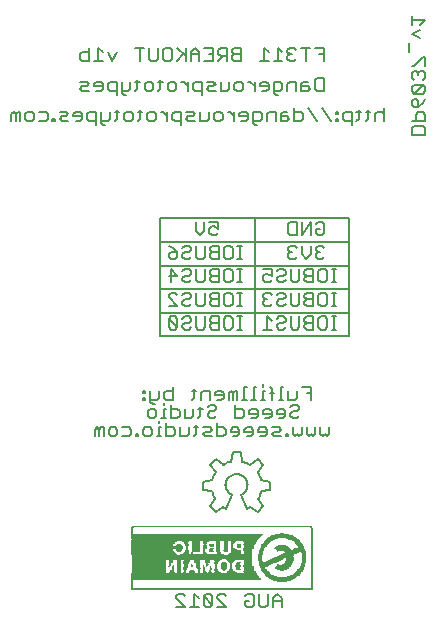
<source format=gbo>
G75*
G70*
%OFA0B0*%
%FSLAX24Y24*%
%IPPOS*%
%LPD*%
%AMOC8*
5,1,8,0,0,1.08239X$1,22.5*
%
%ADD10C,0.0060*%
%ADD11R,0.6045X0.0015*%
%ADD12R,0.6045X0.0015*%
%ADD13R,0.0045X0.0015*%
%ADD14R,0.0045X0.0015*%
%ADD15R,0.0165X0.0015*%
%ADD16R,0.0345X0.0015*%
%ADD17R,0.0465X0.0015*%
%ADD18R,0.0555X0.0015*%
%ADD19R,0.0630X0.0015*%
%ADD20R,0.0705X0.0015*%
%ADD21R,0.4335X0.0015*%
%ADD22R,0.0765X0.0015*%
%ADD23R,0.4320X0.0015*%
%ADD24R,0.0795X0.0015*%
%ADD25R,0.4305X0.0015*%
%ADD26R,0.0855X0.0015*%
%ADD27R,0.4290X0.0015*%
%ADD28R,0.0915X0.0015*%
%ADD29R,0.4275X0.0015*%
%ADD30R,0.0360X0.0015*%
%ADD31R,0.4260X0.0015*%
%ADD32R,0.0315X0.0015*%
%ADD33R,0.4245X0.0015*%
%ADD34R,0.0300X0.0015*%
%ADD35R,0.4230X0.0015*%
%ADD36R,0.0270X0.0015*%
%ADD37R,0.0255X0.0015*%
%ADD38R,0.4215X0.0015*%
%ADD39R,0.0240X0.0015*%
%ADD40R,0.4200X0.0015*%
%ADD41R,0.0225X0.0015*%
%ADD42R,0.4185X0.0015*%
%ADD43R,0.0210X0.0015*%
%ADD44R,0.4170X0.0015*%
%ADD45R,0.4155X0.0015*%
%ADD46R,0.0195X0.0015*%
%ADD47R,0.0405X0.0015*%
%ADD48R,0.0105X0.0015*%
%ADD49R,0.0060X0.0015*%
%ADD50R,0.0075X0.0015*%
%ADD51R,0.0180X0.0015*%
%ADD52R,0.1155X0.0015*%
%ADD53R,0.0390X0.0015*%
%ADD54R,0.0090X0.0015*%
%ADD55R,0.0150X0.0015*%
%ADD56R,0.0135X0.0015*%
%ADD57R,0.0375X0.0015*%
%ADD58R,0.0120X0.0015*%
%ADD59R,0.0330X0.0015*%
%ADD60R,0.0435X0.0015*%
%ADD61R,0.0030X0.0015*%
%ADD62R,0.0480X0.0015*%
%ADD63R,0.0495X0.0015*%
%ADD64R,0.0015X0.0015*%
%ADD65R,0.0285X0.0015*%
%ADD66R,0.0450X0.0015*%
%ADD67R,0.0525X0.0015*%
%ADD68R,0.0885X0.0015*%
%ADD69R,0.3015X0.0015*%
%ADD70R,0.4020X0.0015*%
%ADD71R,0.0600X0.0015*%
%ADD72R,0.0570X0.0015*%
%ADD73R,0.0825X0.0015*%
%ADD74R,0.1440X0.0015*%
%ADD75R,0.1545X0.0015*%
%ADD76R,0.1500X0.0015*%
%ADD77R,0.1485X0.0015*%
%ADD78R,0.1455X0.0015*%
%ADD79R,0.1425X0.0015*%
%ADD80R,0.0510X0.0015*%
%ADD81R,0.0720X0.0015*%
%ADD82R,0.1410X0.0015*%
%ADD83R,0.0750X0.0015*%
%ADD84R,0.0945X0.0015*%
%ADD85R,0.0420X0.0015*%
%ADD86R,0.1395X0.0015*%
%ADD87R,0.1710X0.0015*%
%ADD88R,0.1695X0.0015*%
%ADD89R,0.1515X0.0015*%
%ADD90R,0.2565X0.0015*%
%ADD91R,0.1575X0.0015*%
%ADD92R,0.4350X0.0015*%
%ADD93R,0.4365X0.0015*%
%ADD94R,0.4395X0.0015*%
%ADD95R,0.0060X0.0015*%
%ADD96R,0.5985X0.0015*%
%ADD97R,0.5955X0.0015*%
%ADD98R,0.5910X0.0015*%
%ADD99C,0.0080*%
D10*
X008262Y005208D02*
X008555Y005208D01*
X008262Y005501D01*
X008262Y005575D01*
X008335Y005648D01*
X008482Y005648D01*
X008555Y005575D01*
X008869Y005648D02*
X008869Y005208D01*
X009016Y005208D02*
X008722Y005208D01*
X009016Y005501D02*
X008869Y005648D01*
X009183Y005575D02*
X009183Y005281D01*
X009256Y005208D01*
X009403Y005208D01*
X009476Y005281D01*
X009183Y005575D01*
X009256Y005648D01*
X009403Y005648D01*
X009476Y005575D01*
X009476Y005281D01*
X009643Y005208D02*
X009936Y005208D01*
X009643Y005501D01*
X009643Y005575D01*
X009716Y005648D01*
X009863Y005648D01*
X009936Y005575D01*
X010564Y005575D02*
X010637Y005648D01*
X010784Y005648D01*
X010857Y005575D01*
X010857Y005281D01*
X010784Y005208D01*
X010637Y005208D01*
X010564Y005281D01*
X010564Y005428D01*
X010710Y005428D01*
X011024Y005281D02*
X011024Y005648D01*
X011318Y005648D02*
X011318Y005281D01*
X011244Y005208D01*
X011097Y005208D01*
X011024Y005281D01*
X011484Y005208D02*
X011484Y005501D01*
X011631Y005648D01*
X011778Y005501D01*
X011778Y005208D01*
X011778Y005428D02*
X011484Y005428D01*
X011537Y010913D02*
X011464Y010986D01*
X011537Y011059D01*
X011684Y011059D01*
X011757Y011133D01*
X011684Y011206D01*
X011464Y011206D01*
X011297Y011133D02*
X011297Y010986D01*
X011223Y010913D01*
X011077Y010913D01*
X011003Y011059D02*
X011297Y011059D01*
X011297Y011133D02*
X011223Y011206D01*
X011077Y011206D01*
X011003Y011133D01*
X011003Y011059D01*
X010836Y011059D02*
X010543Y011059D01*
X010543Y011133D01*
X010616Y011206D01*
X010763Y011206D01*
X010836Y011133D01*
X010836Y010986D01*
X010763Y010913D01*
X010616Y010913D01*
X010376Y010986D02*
X010376Y011133D01*
X010303Y011206D01*
X010156Y011206D01*
X010083Y011133D01*
X010083Y011059D01*
X010376Y011059D01*
X010376Y010986D02*
X010303Y010913D01*
X010156Y010913D01*
X009916Y010986D02*
X009916Y011133D01*
X009842Y011206D01*
X009622Y011206D01*
X009622Y011353D02*
X009622Y010913D01*
X009842Y010913D01*
X009916Y010986D01*
X009455Y010913D02*
X009235Y010913D01*
X009162Y010986D01*
X009235Y011059D01*
X009382Y011059D01*
X009455Y011133D01*
X009382Y011206D01*
X009162Y011206D01*
X008995Y011206D02*
X008848Y011206D01*
X008922Y011279D02*
X008922Y010986D01*
X008848Y010913D01*
X008688Y010986D02*
X008688Y011206D01*
X008688Y010986D02*
X008615Y010913D01*
X008395Y010913D01*
X008395Y011206D01*
X008228Y011133D02*
X008228Y010986D01*
X008154Y010913D01*
X007934Y010913D01*
X007934Y011353D01*
X007934Y011206D02*
X008154Y011206D01*
X008228Y011133D01*
X008305Y011519D02*
X008085Y011519D01*
X008085Y011959D01*
X008085Y011812D02*
X008305Y011812D01*
X008379Y011739D01*
X008379Y011592D01*
X008305Y011519D01*
X008545Y011519D02*
X008545Y011812D01*
X008545Y011519D02*
X008766Y011519D01*
X008839Y011592D01*
X008839Y011812D01*
X008999Y011812D02*
X009146Y011812D01*
X009073Y011886D02*
X009073Y011592D01*
X008999Y011519D01*
X009313Y011592D02*
X009386Y011519D01*
X009533Y011519D01*
X009606Y011592D01*
X009533Y011739D02*
X009386Y011739D01*
X009313Y011666D01*
X009313Y011592D01*
X009533Y011739D02*
X009606Y011812D01*
X009606Y011886D01*
X009533Y011959D01*
X009386Y011959D01*
X009313Y011886D01*
X009386Y012125D02*
X009386Y012419D01*
X009166Y012419D01*
X009093Y012345D01*
X009093Y012125D01*
X008853Y012199D02*
X008853Y012492D01*
X008926Y012419D02*
X008779Y012419D01*
X008853Y012199D02*
X008779Y012125D01*
X008159Y012125D02*
X007939Y012125D01*
X007865Y012199D01*
X007865Y012345D01*
X007939Y012419D01*
X008159Y012419D01*
X008159Y012565D02*
X008159Y012125D01*
X007845Y012033D02*
X007845Y011959D01*
X007845Y011812D02*
X007845Y011519D01*
X007918Y011519D02*
X007772Y011519D01*
X007694Y011426D02*
X007694Y011353D01*
X007694Y011206D02*
X007694Y010913D01*
X007767Y010913D02*
X007621Y010913D01*
X007461Y010986D02*
X007461Y011133D01*
X007387Y011206D01*
X007240Y011206D01*
X007167Y011133D01*
X007167Y010986D01*
X007240Y010913D01*
X007387Y010913D01*
X007461Y010986D01*
X007694Y011206D02*
X007767Y011206D01*
X007538Y011519D02*
X007611Y011592D01*
X007611Y011739D01*
X007538Y011812D01*
X007391Y011812D01*
X007318Y011739D01*
X007318Y011592D01*
X007391Y011519D01*
X007538Y011519D01*
X007552Y011978D02*
X007478Y011978D01*
X007405Y012052D01*
X007405Y012419D01*
X007238Y012419D02*
X007238Y012345D01*
X007165Y012345D01*
X007165Y012419D01*
X007238Y012419D01*
X007238Y012199D02*
X007238Y012125D01*
X007165Y012125D01*
X007165Y012199D01*
X007238Y012199D01*
X007405Y012125D02*
X007625Y012125D01*
X007698Y012199D01*
X007698Y012419D01*
X007845Y011812D02*
X007918Y011812D01*
X007000Y010986D02*
X006927Y010986D01*
X006927Y010913D01*
X007000Y010913D01*
X007000Y010986D01*
X006770Y010986D02*
X006770Y011133D01*
X006697Y011206D01*
X006476Y011206D01*
X006310Y011133D02*
X006310Y010986D01*
X006236Y010913D01*
X006090Y010913D01*
X006016Y010986D01*
X006016Y011133D01*
X006090Y011206D01*
X006236Y011206D01*
X006310Y011133D01*
X006476Y010913D02*
X006697Y010913D01*
X006770Y010986D01*
X005849Y010913D02*
X005849Y011206D01*
X005776Y011206D01*
X005703Y011133D01*
X005629Y011206D01*
X005556Y011133D01*
X005556Y010913D01*
X005703Y010913D02*
X005703Y011133D01*
X007729Y014237D02*
X010879Y014237D01*
X010879Y018174D01*
X007729Y018174D01*
X007729Y017386D01*
X014028Y017386D01*
X014028Y018174D01*
X010879Y018174D01*
X010455Y017266D02*
X010308Y017266D01*
X010382Y017266D02*
X010382Y016826D01*
X010455Y016826D02*
X010308Y016826D01*
X010148Y016899D02*
X010148Y017193D01*
X010075Y017266D01*
X009928Y017266D01*
X009855Y017193D01*
X009855Y016899D01*
X009928Y016826D01*
X010075Y016826D01*
X010148Y016899D01*
X010075Y016479D02*
X010148Y016405D01*
X010148Y016112D01*
X010075Y016039D01*
X009928Y016039D01*
X009855Y016112D01*
X009855Y016405D01*
X009928Y016479D01*
X010075Y016479D01*
X010308Y016479D02*
X010455Y016479D01*
X010382Y016479D02*
X010382Y016039D01*
X010455Y016039D02*
X010308Y016039D01*
X010308Y015691D02*
X010455Y015691D01*
X010382Y015691D02*
X010382Y015251D01*
X010455Y015251D02*
X010308Y015251D01*
X010148Y015324D02*
X010148Y015618D01*
X010075Y015691D01*
X009928Y015691D01*
X009855Y015618D01*
X009855Y015324D01*
X009928Y015251D01*
X010075Y015251D01*
X010148Y015324D01*
X010075Y014904D02*
X010148Y014831D01*
X010148Y014537D01*
X010075Y014464D01*
X009928Y014464D01*
X009855Y014537D01*
X009855Y014831D01*
X009928Y014904D01*
X010075Y014904D01*
X010308Y014904D02*
X010455Y014904D01*
X010382Y014904D02*
X010382Y014464D01*
X010455Y014464D02*
X010308Y014464D01*
X009688Y014464D02*
X009688Y014904D01*
X009468Y014904D01*
X009394Y014831D01*
X009394Y014757D01*
X009468Y014684D01*
X009688Y014684D01*
X009688Y014464D02*
X009468Y014464D01*
X009394Y014537D01*
X009394Y014610D01*
X009468Y014684D01*
X009227Y014537D02*
X009154Y014464D01*
X009007Y014464D01*
X008934Y014537D01*
X008934Y014904D01*
X008767Y014831D02*
X008767Y014757D01*
X008694Y014684D01*
X008547Y014684D01*
X008474Y014610D01*
X008474Y014537D01*
X008547Y014464D01*
X008694Y014464D01*
X008767Y014537D01*
X008767Y014831D02*
X008694Y014904D01*
X008547Y014904D01*
X008474Y014831D01*
X008307Y014831D02*
X008233Y014904D01*
X008087Y014904D01*
X008013Y014831D01*
X008307Y014537D01*
X008233Y014464D01*
X008087Y014464D01*
X008013Y014537D01*
X008013Y014831D01*
X007729Y015024D02*
X014028Y015024D01*
X014028Y015812D01*
X007729Y015812D01*
X007729Y014237D01*
X008307Y014537D02*
X008307Y014831D01*
X008307Y015251D02*
X008013Y015251D01*
X008013Y015545D02*
X008013Y015618D01*
X008087Y015691D01*
X008233Y015691D01*
X008307Y015618D01*
X008474Y015618D02*
X008547Y015691D01*
X008694Y015691D01*
X008767Y015618D01*
X008767Y015545D01*
X008694Y015471D01*
X008547Y015471D01*
X008474Y015398D01*
X008474Y015324D01*
X008547Y015251D01*
X008694Y015251D01*
X008767Y015324D01*
X008934Y015324D02*
X008934Y015691D01*
X009007Y016039D02*
X008934Y016112D01*
X008934Y016479D01*
X008767Y016405D02*
X008767Y016332D01*
X008694Y016259D01*
X008547Y016259D01*
X008474Y016185D01*
X008474Y016112D01*
X008547Y016039D01*
X008694Y016039D01*
X008767Y016112D01*
X009007Y016039D02*
X009154Y016039D01*
X009227Y016112D01*
X009227Y016479D01*
X009394Y016405D02*
X009394Y016332D01*
X009468Y016259D01*
X009688Y016259D01*
X009688Y016479D02*
X009468Y016479D01*
X009394Y016405D01*
X009468Y016259D02*
X009394Y016185D01*
X009394Y016112D01*
X009468Y016039D01*
X009688Y016039D01*
X009688Y016479D01*
X009688Y016826D02*
X009468Y016826D01*
X009394Y016899D01*
X009394Y016973D01*
X009468Y017046D01*
X009688Y017046D01*
X009688Y016826D02*
X009688Y017266D01*
X009468Y017266D01*
X009394Y017193D01*
X009394Y017119D01*
X009468Y017046D01*
X009227Y016899D02*
X009227Y017266D01*
X009227Y016899D02*
X009154Y016826D01*
X009007Y016826D01*
X008934Y016899D01*
X008934Y017266D01*
X008767Y017193D02*
X008767Y017119D01*
X008694Y017046D01*
X008547Y017046D01*
X008474Y016973D01*
X008474Y016899D01*
X008547Y016826D01*
X008694Y016826D01*
X008767Y016899D01*
X008767Y017193D02*
X008694Y017266D01*
X008547Y017266D01*
X008474Y017193D01*
X008307Y017046D02*
X008087Y017046D01*
X008013Y016973D01*
X008013Y016899D01*
X008087Y016826D01*
X008233Y016826D01*
X008307Y016899D01*
X008307Y017046D01*
X008160Y017193D01*
X008013Y017266D01*
X007729Y017386D02*
X007729Y015812D01*
X008013Y015545D02*
X008307Y015251D01*
X008934Y015324D02*
X009007Y015251D01*
X009154Y015251D01*
X009227Y015324D01*
X009227Y015691D01*
X009394Y015618D02*
X009394Y015545D01*
X009468Y015471D01*
X009688Y015471D01*
X009688Y015251D02*
X009468Y015251D01*
X009394Y015324D01*
X009394Y015398D01*
X009468Y015471D01*
X009394Y015618D02*
X009468Y015691D01*
X009688Y015691D01*
X009688Y015251D01*
X009227Y014904D02*
X009227Y014537D01*
X008087Y016039D02*
X008087Y016479D01*
X008307Y016259D01*
X008013Y016259D01*
X007729Y016599D02*
X014028Y016599D01*
X014028Y017386D01*
X014028Y016599D02*
X014028Y015812D01*
X013605Y015691D02*
X013458Y015691D01*
X013531Y015691D02*
X013531Y015251D01*
X013458Y015251D02*
X013605Y015251D01*
X013298Y015324D02*
X013298Y015618D01*
X013224Y015691D01*
X013078Y015691D01*
X013004Y015618D01*
X013004Y015324D01*
X013078Y015251D01*
X013224Y015251D01*
X013298Y015324D01*
X013224Y014904D02*
X013078Y014904D01*
X013004Y014831D01*
X013004Y014537D01*
X013078Y014464D01*
X013224Y014464D01*
X013298Y014537D01*
X013298Y014831D01*
X013224Y014904D01*
X013458Y014904D02*
X013605Y014904D01*
X013531Y014904D02*
X013531Y014464D01*
X013458Y014464D02*
X013605Y014464D01*
X014028Y014237D02*
X014028Y015024D01*
X014028Y014237D02*
X010879Y014237D01*
X011163Y014464D02*
X011456Y014464D01*
X011310Y014464D02*
X011310Y014904D01*
X011456Y014757D01*
X011623Y014831D02*
X011697Y014904D01*
X011843Y014904D01*
X011917Y014831D01*
X011917Y014757D01*
X011843Y014684D01*
X011697Y014684D01*
X011623Y014610D01*
X011623Y014537D01*
X011697Y014464D01*
X011843Y014464D01*
X011917Y014537D01*
X012083Y014537D02*
X012083Y014904D01*
X012377Y014904D02*
X012377Y014537D01*
X012304Y014464D01*
X012157Y014464D01*
X012083Y014537D01*
X012544Y014537D02*
X012617Y014464D01*
X012837Y014464D01*
X012837Y014904D01*
X012617Y014904D01*
X012544Y014831D01*
X012544Y014757D01*
X012617Y014684D01*
X012837Y014684D01*
X012617Y014684D02*
X012544Y014610D01*
X012544Y014537D01*
X012617Y015251D02*
X012837Y015251D01*
X012837Y015691D01*
X012617Y015691D01*
X012544Y015618D01*
X012544Y015545D01*
X012617Y015471D01*
X012837Y015471D01*
X012617Y015471D02*
X012544Y015398D01*
X012544Y015324D01*
X012617Y015251D01*
X012377Y015324D02*
X012377Y015691D01*
X012083Y015691D02*
X012083Y015324D01*
X012157Y015251D01*
X012304Y015251D01*
X012377Y015324D01*
X011917Y015324D02*
X011843Y015251D01*
X011697Y015251D01*
X011623Y015324D01*
X011623Y015398D01*
X011697Y015471D01*
X011843Y015471D01*
X011917Y015545D01*
X011917Y015618D01*
X011843Y015691D01*
X011697Y015691D01*
X011623Y015618D01*
X011456Y015618D02*
X011383Y015691D01*
X011236Y015691D01*
X011163Y015618D01*
X011163Y015545D01*
X011236Y015471D01*
X011163Y015398D01*
X011163Y015324D01*
X011236Y015251D01*
X011383Y015251D01*
X011456Y015324D01*
X011310Y015471D02*
X011236Y015471D01*
X011236Y016039D02*
X011383Y016039D01*
X011456Y016112D01*
X011456Y016259D02*
X011310Y016332D01*
X011236Y016332D01*
X011163Y016259D01*
X011163Y016112D01*
X011236Y016039D01*
X011456Y016259D02*
X011456Y016479D01*
X011163Y016479D01*
X011623Y016405D02*
X011697Y016479D01*
X011843Y016479D01*
X011917Y016405D01*
X011917Y016332D01*
X011843Y016259D01*
X011697Y016259D01*
X011623Y016185D01*
X011623Y016112D01*
X011697Y016039D01*
X011843Y016039D01*
X011917Y016112D01*
X012083Y016112D02*
X012083Y016479D01*
X012377Y016479D02*
X012377Y016112D01*
X012304Y016039D01*
X012157Y016039D01*
X012083Y016112D01*
X012544Y016112D02*
X012617Y016039D01*
X012837Y016039D01*
X012837Y016479D01*
X012617Y016479D01*
X012544Y016405D01*
X012544Y016332D01*
X012617Y016259D01*
X012837Y016259D01*
X012617Y016259D02*
X012544Y016185D01*
X012544Y016112D01*
X013004Y016112D02*
X013004Y016405D01*
X013078Y016479D01*
X013224Y016479D01*
X013298Y016405D01*
X013298Y016112D01*
X013224Y016039D01*
X013078Y016039D01*
X013004Y016112D01*
X013458Y016039D02*
X013605Y016039D01*
X013531Y016039D02*
X013531Y016479D01*
X013458Y016479D02*
X013605Y016479D01*
X013211Y016899D02*
X013138Y016826D01*
X012991Y016826D01*
X012917Y016899D01*
X012917Y016973D01*
X012991Y017046D01*
X013064Y017046D01*
X012991Y017046D02*
X012917Y017119D01*
X012917Y017193D01*
X012991Y017266D01*
X013138Y017266D01*
X013211Y017193D01*
X013138Y017613D02*
X012991Y017613D01*
X012917Y017687D01*
X012917Y017833D01*
X013064Y017833D01*
X013211Y017980D02*
X013211Y017687D01*
X013138Y017613D01*
X013211Y017980D02*
X013138Y018054D01*
X012991Y018054D01*
X012917Y017980D01*
X012751Y018054D02*
X012751Y017613D01*
X012457Y017613D02*
X012457Y018054D01*
X012290Y018054D02*
X012070Y018054D01*
X011997Y017980D01*
X011997Y017687D01*
X012070Y017613D01*
X012290Y017613D01*
X012290Y018054D01*
X012751Y018054D02*
X012457Y017613D01*
X012457Y017266D02*
X012457Y016973D01*
X012604Y016826D01*
X012751Y016973D01*
X012751Y017266D01*
X012290Y017193D02*
X012217Y017266D01*
X012070Y017266D01*
X011997Y017193D01*
X011997Y017119D01*
X012070Y017046D01*
X011997Y016973D01*
X011997Y016899D01*
X012070Y016826D01*
X012217Y016826D01*
X012290Y016899D01*
X012143Y017046D02*
X012070Y017046D01*
X009668Y017687D02*
X009594Y017613D01*
X009447Y017613D01*
X009374Y017687D01*
X009374Y017833D01*
X009447Y017907D01*
X009521Y017907D01*
X009668Y017833D01*
X009668Y018054D01*
X009374Y018054D01*
X009207Y018054D02*
X009207Y017760D01*
X009061Y017613D01*
X008914Y017760D01*
X008914Y018054D01*
X008694Y016479D02*
X008767Y016405D01*
X008694Y016479D02*
X008547Y016479D01*
X008474Y016405D01*
X009626Y012419D02*
X009553Y012345D01*
X009553Y012272D01*
X009847Y012272D01*
X009847Y012199D02*
X009847Y012345D01*
X009773Y012419D01*
X009626Y012419D01*
X009626Y012125D02*
X009773Y012125D01*
X009847Y012199D01*
X010013Y012125D02*
X010013Y012345D01*
X010087Y012419D01*
X010160Y012345D01*
X010160Y012125D01*
X010307Y012125D02*
X010307Y012419D01*
X010234Y012419D01*
X010160Y012345D01*
X010467Y012125D02*
X010614Y012125D01*
X010540Y012125D02*
X010540Y012565D01*
X010614Y012565D01*
X010847Y012565D02*
X010847Y012125D01*
X010774Y012125D02*
X010921Y012125D01*
X011081Y012125D02*
X011228Y012125D01*
X011154Y012125D02*
X011154Y012419D01*
X011228Y012419D01*
X011154Y012565D02*
X011154Y012639D01*
X010921Y012565D02*
X010847Y012565D01*
X010914Y011812D02*
X010767Y011812D01*
X010694Y011739D01*
X010694Y011666D01*
X010987Y011666D01*
X010987Y011739D02*
X010987Y011592D01*
X010914Y011519D01*
X010767Y011519D01*
X010527Y011592D02*
X010527Y011739D01*
X010454Y011812D01*
X010233Y011812D01*
X010233Y011959D02*
X010233Y011519D01*
X010454Y011519D01*
X010527Y011592D01*
X010914Y011812D02*
X010987Y011739D01*
X011154Y011739D02*
X011154Y011666D01*
X011448Y011666D01*
X011448Y011739D02*
X011448Y011592D01*
X011374Y011519D01*
X011228Y011519D01*
X011154Y011739D02*
X011228Y011812D01*
X011374Y011812D01*
X011448Y011739D01*
X011614Y011739D02*
X011614Y011666D01*
X011908Y011666D01*
X011908Y011739D02*
X011908Y011592D01*
X011835Y011519D01*
X011688Y011519D01*
X011614Y011739D02*
X011688Y011812D01*
X011835Y011812D01*
X011908Y011739D01*
X012075Y011666D02*
X012075Y011592D01*
X012148Y011519D01*
X012295Y011519D01*
X012368Y011592D01*
X012295Y011739D02*
X012148Y011739D01*
X012075Y011666D01*
X012075Y011886D02*
X012148Y011959D01*
X012295Y011959D01*
X012368Y011886D01*
X012368Y011812D01*
X012295Y011739D01*
X012228Y012125D02*
X012008Y012125D01*
X012008Y012419D01*
X011841Y012565D02*
X011768Y012565D01*
X011768Y012125D01*
X011841Y012125D02*
X011695Y012125D01*
X011461Y012125D02*
X011461Y012492D01*
X011388Y012565D01*
X011388Y012345D02*
X011535Y012345D01*
X012228Y012125D02*
X012302Y012199D01*
X012302Y012419D01*
X012469Y012565D02*
X012762Y012565D01*
X012762Y012125D01*
X012762Y012345D02*
X012615Y012345D01*
X012614Y011206D02*
X012614Y010986D01*
X012688Y010913D01*
X012761Y010986D01*
X012835Y010913D01*
X012908Y010986D01*
X012908Y011206D01*
X013075Y011206D02*
X013075Y010986D01*
X013148Y010913D01*
X013222Y010986D01*
X013295Y010913D01*
X013368Y010986D01*
X013368Y011206D01*
X012448Y011206D02*
X012448Y010986D01*
X012374Y010913D01*
X012301Y010986D01*
X012228Y010913D01*
X012154Y010986D01*
X012154Y011206D01*
X011987Y010986D02*
X011914Y010986D01*
X011914Y010913D01*
X011987Y010913D01*
X011987Y010986D01*
X011757Y010913D02*
X011537Y010913D01*
X016117Y020950D02*
X016117Y021170D01*
X016191Y021244D01*
X016484Y021244D01*
X016558Y021170D01*
X016558Y020950D01*
X016117Y020950D01*
X016117Y021410D02*
X016558Y021410D01*
X016558Y021631D01*
X016484Y021704D01*
X016338Y021704D01*
X016264Y021631D01*
X016264Y021410D01*
X016191Y021871D02*
X016117Y021944D01*
X016117Y022091D01*
X016191Y022164D01*
X016264Y022164D01*
X016338Y022091D01*
X016338Y021871D01*
X016191Y021871D01*
X016338Y021871D02*
X016484Y022018D01*
X016558Y022164D01*
X016484Y022331D02*
X016558Y022405D01*
X016558Y022551D01*
X016484Y022625D01*
X016191Y022331D01*
X016117Y022405D01*
X016117Y022551D01*
X016191Y022625D01*
X016484Y022625D01*
X016484Y022792D02*
X016558Y022865D01*
X016558Y023012D01*
X016484Y023085D01*
X016411Y023085D01*
X016338Y023012D01*
X016264Y023085D01*
X016191Y023085D01*
X016117Y023012D01*
X016117Y022865D01*
X016191Y022792D01*
X016338Y022938D02*
X016338Y023012D01*
X016191Y023252D02*
X016117Y023252D01*
X016191Y023252D02*
X016484Y023545D01*
X016558Y023545D01*
X016558Y023252D01*
X016044Y023712D02*
X016044Y024006D01*
X016117Y024319D02*
X016411Y024466D01*
X016411Y024633D02*
X016558Y024780D01*
X016117Y024780D01*
X016117Y024633D02*
X016117Y024927D01*
X016117Y024319D02*
X016411Y024173D01*
X016484Y022331D02*
X016191Y022331D01*
X015187Y021865D02*
X015187Y021424D01*
X015187Y021644D02*
X015114Y021718D01*
X014967Y021718D01*
X014894Y021644D01*
X014894Y021424D01*
X014654Y021498D02*
X014654Y021791D01*
X014727Y021718D02*
X014580Y021718D01*
X014420Y021718D02*
X014273Y021718D01*
X014347Y021791D02*
X014347Y021498D01*
X014273Y021424D01*
X014113Y021424D02*
X013893Y021424D01*
X013820Y021498D01*
X013820Y021644D01*
X013893Y021718D01*
X014113Y021718D01*
X014113Y021278D01*
X013653Y021424D02*
X013653Y021498D01*
X013579Y021498D01*
X013579Y021424D01*
X013653Y021424D01*
X013653Y021644D02*
X013653Y021718D01*
X013579Y021718D01*
X013579Y021644D01*
X013653Y021644D01*
X013423Y021424D02*
X013129Y021865D01*
X013187Y022424D02*
X012967Y022424D01*
X012894Y022498D01*
X012894Y022791D01*
X012967Y022865D01*
X013187Y022865D01*
X013187Y022424D01*
X012727Y022498D02*
X012654Y022424D01*
X012433Y022424D01*
X012433Y022644D01*
X012507Y022718D01*
X012654Y022718D01*
X012654Y022571D02*
X012433Y022571D01*
X012654Y022571D02*
X012727Y022498D01*
X012267Y022424D02*
X012267Y022718D01*
X012046Y022718D01*
X011973Y022644D01*
X011973Y022424D01*
X011806Y022498D02*
X011733Y022424D01*
X011513Y022424D01*
X011513Y022351D02*
X011513Y022718D01*
X011733Y022718D01*
X011806Y022644D01*
X011806Y022498D01*
X011659Y022278D02*
X011586Y022278D01*
X011513Y022351D01*
X011346Y022498D02*
X011346Y022644D01*
X011273Y022718D01*
X011126Y022718D01*
X011052Y022644D01*
X011052Y022571D01*
X011346Y022571D01*
X011346Y022498D02*
X011273Y022424D01*
X011126Y022424D01*
X010886Y022424D02*
X010886Y022718D01*
X010886Y022571D02*
X010739Y022718D01*
X010665Y022718D01*
X010502Y022644D02*
X010502Y022498D01*
X010429Y022424D01*
X010282Y022424D01*
X010208Y022498D01*
X010208Y022644D01*
X010282Y022718D01*
X010429Y022718D01*
X010502Y022644D01*
X010042Y022718D02*
X010042Y022498D01*
X009968Y022424D01*
X009748Y022424D01*
X009748Y022718D01*
X009581Y022644D02*
X009508Y022718D01*
X009288Y022718D01*
X009361Y022571D02*
X009508Y022571D01*
X009581Y022644D01*
X009581Y022424D02*
X009361Y022424D01*
X009288Y022498D01*
X009361Y022571D01*
X009121Y022424D02*
X008901Y022424D01*
X008827Y022498D01*
X008827Y022644D01*
X008901Y022718D01*
X009121Y022718D01*
X009121Y022278D01*
X008661Y022424D02*
X008661Y022718D01*
X008661Y022571D02*
X008514Y022718D01*
X008440Y022718D01*
X008277Y022644D02*
X008277Y022498D01*
X008204Y022424D01*
X008057Y022424D01*
X007983Y022498D01*
X007983Y022644D01*
X008057Y022718D01*
X008204Y022718D01*
X008277Y022644D01*
X007817Y022718D02*
X007670Y022718D01*
X007743Y022791D02*
X007743Y022498D01*
X007670Y022424D01*
X007510Y022498D02*
X007436Y022424D01*
X007289Y022424D01*
X007216Y022498D01*
X007216Y022644D01*
X007289Y022718D01*
X007436Y022718D01*
X007510Y022644D01*
X007510Y022498D01*
X007049Y022718D02*
X006903Y022718D01*
X006976Y022791D02*
X006976Y022498D01*
X006903Y022424D01*
X006742Y022498D02*
X006669Y022424D01*
X006449Y022424D01*
X006449Y022351D02*
X006522Y022278D01*
X006596Y022278D01*
X006449Y022351D02*
X006449Y022718D01*
X006282Y022718D02*
X006282Y022278D01*
X006282Y022424D02*
X006062Y022424D01*
X005988Y022498D01*
X005988Y022644D01*
X006062Y022718D01*
X006282Y022718D01*
X006742Y022718D02*
X006742Y022498D01*
X007058Y021791D02*
X007058Y021498D01*
X006984Y021424D01*
X006824Y021498D02*
X006824Y021644D01*
X006751Y021718D01*
X006604Y021718D01*
X006531Y021644D01*
X006531Y021498D01*
X006604Y021424D01*
X006751Y021424D01*
X006824Y021498D01*
X006984Y021718D02*
X007131Y021718D01*
X007298Y021644D02*
X007371Y021718D01*
X007518Y021718D01*
X007592Y021644D01*
X007592Y021498D01*
X007518Y021424D01*
X007371Y021424D01*
X007298Y021498D01*
X007298Y021644D01*
X007755Y021718D02*
X007828Y021718D01*
X007975Y021571D01*
X007975Y021424D02*
X007975Y021718D01*
X008142Y021644D02*
X008142Y021498D01*
X008215Y021424D01*
X008436Y021424D01*
X008436Y021278D02*
X008436Y021718D01*
X008215Y021718D01*
X008142Y021644D01*
X008602Y021718D02*
X008822Y021718D01*
X008896Y021644D01*
X008822Y021571D01*
X008676Y021571D01*
X008602Y021498D01*
X008676Y021424D01*
X008896Y021424D01*
X009063Y021424D02*
X009063Y021718D01*
X009356Y021718D02*
X009356Y021498D01*
X009283Y021424D01*
X009063Y021424D01*
X009523Y021498D02*
X009523Y021644D01*
X009596Y021718D01*
X009743Y021718D01*
X009817Y021644D01*
X009817Y021498D01*
X009743Y021424D01*
X009596Y021424D01*
X009523Y021498D01*
X009980Y021718D02*
X010053Y021718D01*
X010200Y021571D01*
X010200Y021424D02*
X010200Y021718D01*
X010367Y021644D02*
X010367Y021571D01*
X010661Y021571D01*
X010661Y021498D02*
X010661Y021644D01*
X010587Y021718D01*
X010440Y021718D01*
X010367Y021644D01*
X010440Y021424D02*
X010587Y021424D01*
X010661Y021498D01*
X010827Y021424D02*
X011048Y021424D01*
X011121Y021498D01*
X011121Y021644D01*
X011048Y021718D01*
X010827Y021718D01*
X010827Y021351D01*
X010901Y021278D01*
X010974Y021278D01*
X011288Y021424D02*
X011288Y021644D01*
X011361Y021718D01*
X011581Y021718D01*
X011581Y021424D01*
X011748Y021424D02*
X011968Y021424D01*
X012042Y021498D01*
X011968Y021571D01*
X011748Y021571D01*
X011748Y021644D02*
X011748Y021424D01*
X011748Y021644D02*
X011821Y021718D01*
X011968Y021718D01*
X012208Y021718D02*
X012429Y021718D01*
X012502Y021644D01*
X012502Y021498D01*
X012429Y021424D01*
X012208Y021424D01*
X012208Y021865D01*
X012669Y021865D02*
X012962Y021424D01*
X014580Y021424D02*
X014654Y021498D01*
X013187Y023424D02*
X013187Y023865D01*
X012894Y023865D01*
X012727Y023865D02*
X012433Y023865D01*
X012580Y023865D02*
X012580Y023424D01*
X012267Y023498D02*
X012193Y023424D01*
X012046Y023424D01*
X011973Y023498D01*
X011973Y023571D01*
X012046Y023644D01*
X012120Y023644D01*
X012046Y023644D02*
X011973Y023718D01*
X011973Y023791D01*
X012046Y023865D01*
X012193Y023865D01*
X012267Y023791D01*
X011806Y023718D02*
X011659Y023865D01*
X011659Y023424D01*
X011513Y023424D02*
X011806Y023424D01*
X011346Y023424D02*
X011052Y023424D01*
X011199Y023424D02*
X011199Y023865D01*
X011346Y023718D01*
X010425Y023644D02*
X010205Y023644D01*
X010132Y023571D01*
X010132Y023498D01*
X010205Y023424D01*
X010425Y023424D01*
X010425Y023865D01*
X010205Y023865D01*
X010132Y023791D01*
X010132Y023718D01*
X010205Y023644D01*
X009965Y023571D02*
X009745Y023571D01*
X009671Y023644D01*
X009671Y023791D01*
X009745Y023865D01*
X009965Y023865D01*
X009965Y023424D01*
X009818Y023571D02*
X009671Y023424D01*
X009504Y023424D02*
X009211Y023424D01*
X009044Y023424D02*
X009044Y023718D01*
X008897Y023865D01*
X008751Y023718D01*
X008751Y023424D01*
X008584Y023424D02*
X008584Y023865D01*
X008510Y023644D02*
X008290Y023424D01*
X008123Y023498D02*
X008123Y023791D01*
X008050Y023865D01*
X007903Y023865D01*
X007830Y023791D01*
X007830Y023498D01*
X007903Y023424D01*
X008050Y023424D01*
X008123Y023498D01*
X008290Y023865D02*
X008584Y023571D01*
X008751Y023644D02*
X009044Y023644D01*
X009211Y023865D02*
X009504Y023865D01*
X009504Y023424D01*
X009504Y023644D02*
X009358Y023644D01*
X007663Y023498D02*
X007590Y023424D01*
X007443Y023424D01*
X007369Y023498D01*
X007369Y023865D01*
X007203Y023865D02*
X006909Y023865D01*
X007056Y023865D02*
X007056Y023424D01*
X007663Y023498D02*
X007663Y023865D01*
X006282Y023718D02*
X006135Y023424D01*
X005988Y023718D01*
X005822Y023718D02*
X005675Y023865D01*
X005675Y023424D01*
X005822Y023424D02*
X005528Y023424D01*
X005361Y023424D02*
X005361Y023865D01*
X005361Y023718D02*
X005141Y023718D01*
X005068Y023644D01*
X005068Y023498D01*
X005141Y023424D01*
X005361Y023424D01*
X005288Y022718D02*
X005068Y022718D01*
X005141Y022571D02*
X005288Y022571D01*
X005361Y022644D01*
X005288Y022718D01*
X005141Y022571D02*
X005068Y022498D01*
X005141Y022424D01*
X005361Y022424D01*
X005528Y022571D02*
X005822Y022571D01*
X005822Y022498D02*
X005822Y022644D01*
X005748Y022718D01*
X005602Y022718D01*
X005528Y022644D01*
X005528Y022571D01*
X005602Y022424D02*
X005748Y022424D01*
X005822Y022498D01*
X005763Y021718D02*
X005763Y021351D01*
X005837Y021278D01*
X005910Y021278D01*
X005984Y021424D02*
X005763Y021424D01*
X005597Y021424D02*
X005377Y021424D01*
X005303Y021498D01*
X005303Y021644D01*
X005377Y021718D01*
X005597Y021718D01*
X005597Y021278D01*
X005984Y021424D02*
X006057Y021498D01*
X006057Y021718D01*
X006217Y021718D02*
X006364Y021718D01*
X006291Y021791D02*
X006291Y021498D01*
X006217Y021424D01*
X005136Y021498D02*
X005136Y021644D01*
X005063Y021718D01*
X004916Y021718D01*
X004843Y021644D01*
X004843Y021571D01*
X005136Y021571D01*
X005136Y021498D02*
X005063Y021424D01*
X004916Y021424D01*
X004676Y021424D02*
X004456Y021424D01*
X004382Y021498D01*
X004456Y021571D01*
X004603Y021571D01*
X004676Y021644D01*
X004603Y021718D01*
X004382Y021718D01*
X004216Y021498D02*
X004142Y021498D01*
X004142Y021424D01*
X004216Y021424D01*
X004216Y021498D01*
X003985Y021498D02*
X003985Y021644D01*
X003912Y021718D01*
X003692Y021718D01*
X003525Y021644D02*
X003525Y021498D01*
X003452Y021424D01*
X003305Y021424D01*
X003232Y021498D01*
X003232Y021644D01*
X003305Y021718D01*
X003452Y021718D01*
X003525Y021644D01*
X003692Y021424D02*
X003912Y021424D01*
X003985Y021498D01*
X003065Y021424D02*
X003065Y021718D01*
X002991Y021718D01*
X002918Y021644D01*
X002845Y021718D01*
X002771Y021644D01*
X002771Y021424D01*
X002918Y021424D02*
X002918Y021644D01*
X013041Y023644D02*
X013187Y023644D01*
D11*
X009793Y005784D03*
D12*
X009793Y005799D03*
X009793Y005814D03*
D13*
X012793Y005829D03*
X012793Y005844D03*
X012793Y005859D03*
X012793Y005874D03*
X012793Y005889D03*
X012793Y005904D03*
X012793Y005919D03*
X012793Y005934D03*
X012793Y005949D03*
X012793Y005964D03*
X012793Y005979D03*
X012793Y005994D03*
X012793Y006009D03*
X012793Y006024D03*
X012793Y006039D03*
X012793Y006054D03*
X012793Y006069D03*
X012793Y006084D03*
X012793Y006099D03*
X012793Y006114D03*
X012793Y006129D03*
X012793Y006144D03*
X012793Y006159D03*
X012793Y006174D03*
X012793Y006189D03*
X012793Y006204D03*
X012793Y006219D03*
X012793Y006234D03*
X012793Y006249D03*
X012793Y006264D03*
X012793Y006279D03*
X012793Y006294D03*
X012793Y006309D03*
X012793Y006324D03*
X012793Y006339D03*
X012793Y006354D03*
X012793Y006369D03*
X012793Y006384D03*
X012793Y006399D03*
X012793Y006414D03*
X012793Y006429D03*
X012793Y006444D03*
X012793Y006459D03*
X012793Y006474D03*
X012793Y006489D03*
X012793Y006504D03*
X012793Y006519D03*
X012793Y006534D03*
X012793Y006549D03*
X012793Y006564D03*
X012793Y006579D03*
X012793Y006594D03*
X012793Y006609D03*
X012793Y006624D03*
X012793Y006639D03*
X012793Y006654D03*
X012793Y006669D03*
X012793Y006684D03*
X012793Y006699D03*
X012793Y006714D03*
X012793Y006729D03*
X012793Y006744D03*
X012793Y006759D03*
X012793Y006774D03*
X012793Y006789D03*
X012793Y006804D03*
X012793Y006819D03*
X012793Y006834D03*
X012793Y006849D03*
X012793Y006864D03*
X012793Y006879D03*
X012793Y006894D03*
X012793Y006909D03*
X012793Y006924D03*
X012793Y006939D03*
X012793Y006954D03*
X012793Y006969D03*
X012793Y006984D03*
X012793Y006999D03*
X012793Y007014D03*
X012793Y007029D03*
X012793Y007044D03*
X012793Y007059D03*
X012793Y007074D03*
X012793Y007089D03*
X012793Y007104D03*
X012793Y007119D03*
X012793Y007134D03*
X012793Y007149D03*
X012793Y007164D03*
X012793Y007179D03*
X012793Y007194D03*
X012793Y007209D03*
X012793Y007224D03*
X012793Y007239D03*
X012793Y007254D03*
X012793Y007269D03*
X012793Y007284D03*
X012793Y007299D03*
X012793Y007314D03*
X012793Y007329D03*
X012793Y007344D03*
X012793Y007359D03*
X012793Y007374D03*
X012793Y007389D03*
X012793Y007404D03*
X012793Y007419D03*
X012793Y007434D03*
X012793Y007449D03*
X012793Y007464D03*
X012793Y007479D03*
X012793Y007494D03*
X012793Y007509D03*
X012793Y007524D03*
X012793Y007539D03*
X012793Y007554D03*
X012793Y007569D03*
X012793Y007584D03*
X012793Y007599D03*
X012793Y007614D03*
X012793Y007629D03*
X012793Y007644D03*
X012793Y007659D03*
X012793Y007674D03*
X012793Y007689D03*
X012793Y007704D03*
X012793Y007719D03*
X012793Y007734D03*
X012793Y007749D03*
X012793Y007764D03*
X012793Y007779D03*
X012793Y007794D03*
X012793Y007809D03*
D14*
X006793Y005829D03*
X006793Y005844D03*
X006793Y005859D03*
X006793Y005874D03*
X006793Y005889D03*
X006793Y005904D03*
X006793Y005919D03*
X006793Y005934D03*
X006793Y005949D03*
X006793Y005964D03*
X006793Y005979D03*
X006793Y005994D03*
X006793Y006009D03*
X006793Y006024D03*
X006793Y006039D03*
X006793Y006054D03*
X006793Y006069D03*
X006793Y006084D03*
X006793Y006099D03*
X006793Y007629D03*
X006793Y007644D03*
X006793Y007659D03*
X006793Y007674D03*
X006793Y007689D03*
X006793Y007704D03*
X006793Y007719D03*
X006793Y007734D03*
X006793Y007749D03*
X006793Y007764D03*
X006793Y007779D03*
X006793Y007794D03*
X006793Y007809D03*
X008053Y006594D03*
X008053Y006579D03*
X008173Y006534D03*
X008173Y006519D03*
X008788Y006579D03*
X009193Y006504D03*
X009193Y006489D03*
X009193Y006474D03*
X009418Y006474D03*
X009418Y006459D03*
X009418Y006444D03*
X009853Y006699D03*
X011668Y006609D03*
D15*
X011803Y006039D03*
X011188Y006444D03*
X011173Y006474D03*
X011158Y006489D03*
X011158Y006504D03*
X011143Y006519D03*
X011128Y007119D03*
X011143Y007149D03*
X011143Y007164D03*
X011158Y007179D03*
X011158Y007194D03*
X011173Y007209D03*
X011188Y007239D03*
X011803Y007644D03*
X012403Y007254D03*
X012433Y007209D03*
X012478Y006564D03*
X012463Y006534D03*
X012448Y006504D03*
X012448Y006489D03*
X012433Y006474D03*
X012403Y006429D03*
X010333Y006489D03*
X010333Y006504D03*
X010333Y006519D03*
X010333Y006594D03*
X010333Y006609D03*
X010333Y006624D03*
X010333Y006639D03*
X010093Y006399D03*
X009853Y006459D03*
X009628Y006369D03*
X009313Y006759D03*
X009253Y006954D03*
X009433Y007074D03*
X009433Y007089D03*
X009433Y007104D03*
X008983Y006654D03*
X008983Y006639D03*
X008983Y006624D03*
X008788Y006414D03*
X008593Y006609D03*
X008593Y006624D03*
X008593Y006639D03*
X008593Y006984D03*
X008368Y007074D03*
X008368Y007269D03*
X008593Y007359D03*
X008113Y006774D03*
X009703Y006969D03*
X009913Y007089D03*
X009913Y007104D03*
X009913Y007119D03*
X009913Y007134D03*
X009913Y007149D03*
X009913Y007164D03*
X009913Y007179D03*
X009913Y007194D03*
X009913Y007209D03*
X009913Y007224D03*
X009913Y007239D03*
X009913Y007254D03*
X009913Y007269D03*
X009913Y007284D03*
X009913Y007299D03*
X009913Y007314D03*
X009913Y007329D03*
X009913Y007344D03*
X009913Y007359D03*
X009913Y007374D03*
X009913Y007389D03*
X010183Y007389D03*
D16*
X010243Y006999D03*
X010693Y007224D03*
X010693Y007239D03*
X010693Y006459D03*
X010693Y006444D03*
X011803Y006054D03*
X012373Y007134D03*
X011803Y007629D03*
D17*
X011803Y007614D03*
X012118Y007029D03*
X011938Y006909D03*
X011803Y006069D03*
D18*
X011803Y006084D03*
X011803Y007599D03*
D19*
X011795Y007584D03*
X011795Y006099D03*
D20*
X011803Y006114D03*
X011803Y007569D03*
D21*
X008938Y007569D03*
X008938Y006114D03*
D22*
X011803Y006129D03*
X011803Y007554D03*
D23*
X008930Y007554D03*
X008930Y006129D03*
D24*
X011803Y006144D03*
X011803Y007539D03*
D25*
X008923Y007539D03*
X008923Y006144D03*
D26*
X011803Y006159D03*
X011803Y007524D03*
D27*
X008915Y007524D03*
X008915Y006159D03*
D28*
X011803Y006174D03*
X011803Y007509D03*
D29*
X008908Y007509D03*
X008908Y006174D03*
D30*
X010115Y006339D03*
X010235Y006984D03*
X010700Y007254D03*
X010700Y007269D03*
X010700Y006429D03*
X010700Y006414D03*
X011390Y006684D03*
X011690Y006819D03*
X011510Y006189D03*
X012095Y006189D03*
X012095Y007494D03*
X011510Y007494D03*
D31*
X008900Y007494D03*
X008900Y006189D03*
D32*
X010258Y007059D03*
X010258Y007074D03*
X010258Y007089D03*
X010678Y007149D03*
X010678Y007164D03*
X010678Y007179D03*
X010678Y006534D03*
X010678Y006519D03*
X010678Y006504D03*
X011473Y006204D03*
X011788Y006459D03*
X011968Y006609D03*
X012133Y006204D03*
X012133Y007479D03*
X011473Y007479D03*
D33*
X008893Y007479D03*
X008893Y006204D03*
D34*
X010100Y006774D03*
X010670Y006594D03*
X010670Y006579D03*
X010670Y006564D03*
X010670Y006549D03*
X011195Y006579D03*
X011435Y006219D03*
X012170Y006219D03*
X012395Y007149D03*
X012170Y007464D03*
X010670Y007134D03*
X010670Y007119D03*
X010670Y007104D03*
X010670Y007089D03*
D35*
X008885Y007449D03*
X008885Y007464D03*
X008885Y006234D03*
X008885Y006219D03*
D36*
X008915Y007044D03*
X008915Y007059D03*
X008915Y007074D03*
X008915Y007089D03*
X008915Y007104D03*
X008915Y007119D03*
X008915Y007134D03*
X008915Y007149D03*
X008915Y007164D03*
X008915Y007179D03*
X008915Y007194D03*
X008915Y007209D03*
X008915Y007224D03*
X008915Y007239D03*
X008915Y007254D03*
X008915Y007269D03*
X008915Y007284D03*
X008915Y007299D03*
X008915Y007314D03*
X008915Y007329D03*
X008915Y007344D03*
X008915Y007359D03*
X008915Y007374D03*
X008915Y007389D03*
X010100Y006354D03*
X010655Y006684D03*
X010655Y006699D03*
X010655Y006714D03*
X010655Y006729D03*
X010655Y006744D03*
X010655Y006759D03*
X010655Y006774D03*
X010655Y006954D03*
X010655Y006969D03*
X010655Y006984D03*
X010655Y006999D03*
X011180Y006564D03*
X011405Y006234D03*
X012005Y006654D03*
X011780Y007239D03*
X011405Y007449D03*
X012200Y007449D03*
X012200Y006234D03*
D37*
X012223Y006249D03*
X012013Y006669D03*
X012028Y006684D03*
X012028Y006699D03*
X012403Y007164D03*
X012223Y007434D03*
X011383Y007434D03*
X011383Y006249D03*
D38*
X008878Y006249D03*
X008878Y007434D03*
D39*
X010100Y006759D03*
X010100Y006369D03*
X011360Y006264D03*
X011780Y006444D03*
X012035Y006714D03*
X012035Y006729D03*
X012050Y006744D03*
X012050Y006759D03*
X012050Y006774D03*
X012050Y006789D03*
X012050Y006804D03*
X012245Y006264D03*
X012245Y007419D03*
X011360Y007419D03*
D40*
X008870Y007419D03*
X008870Y006264D03*
D41*
X008623Y006774D03*
X008563Y007389D03*
X009658Y006339D03*
X009853Y006549D03*
X009853Y006564D03*
X011323Y006294D03*
X011338Y006279D03*
X012058Y006819D03*
X012058Y006834D03*
X012418Y007179D03*
X012298Y007374D03*
X012283Y007389D03*
X012268Y007404D03*
X011338Y007404D03*
X011323Y007389D03*
X012268Y006279D03*
X012283Y006294D03*
X012298Y006309D03*
D42*
X008863Y006294D03*
X008863Y006279D03*
D43*
X008795Y006339D03*
X008795Y006354D03*
X008615Y006729D03*
X008615Y006744D03*
X008615Y006759D03*
X008570Y006954D03*
X008960Y006774D03*
X008960Y006759D03*
X008960Y006744D03*
X009845Y006609D03*
X009845Y006594D03*
X009845Y006579D03*
X009845Y006534D03*
X009845Y006519D03*
X009845Y006504D03*
X010100Y006744D03*
X011165Y006549D03*
X011285Y006324D03*
X011300Y006309D03*
X011285Y007359D03*
X011300Y007374D03*
X012320Y007359D03*
X012320Y006324D03*
D44*
X008855Y006309D03*
D45*
X008848Y006324D03*
D46*
X008788Y006369D03*
X008608Y006684D03*
X008608Y006699D03*
X008608Y006714D03*
X008968Y006714D03*
X008968Y006729D03*
X008368Y007119D03*
X008578Y007374D03*
X009643Y006774D03*
X009718Y006954D03*
X009853Y006624D03*
X009853Y006489D03*
X009643Y006354D03*
X010093Y006384D03*
X011233Y006384D03*
X011248Y006369D03*
X011263Y006354D03*
X011278Y006339D03*
X011233Y007299D03*
X011248Y007314D03*
X011263Y007329D03*
X011278Y007344D03*
X012328Y007344D03*
X012343Y007329D03*
X012358Y007314D03*
X012373Y007299D03*
X012433Y007194D03*
X012373Y006384D03*
X012358Y006369D03*
X012343Y006354D03*
X012328Y006339D03*
D47*
X012103Y007014D03*
X011233Y006624D03*
X010723Y006339D03*
X010213Y006954D03*
X010723Y007344D03*
X010723Y007359D03*
D48*
X010363Y007299D03*
X010363Y007194D03*
X010153Y007149D03*
X010153Y007344D03*
X009913Y007044D03*
X009673Y007044D03*
X009673Y007059D03*
X009673Y007074D03*
X009673Y007089D03*
X009673Y007104D03*
X009673Y007119D03*
X009673Y007134D03*
X009673Y007149D03*
X009673Y007164D03*
X009673Y007179D03*
X009673Y007194D03*
X009673Y007209D03*
X009673Y007224D03*
X009673Y007239D03*
X009673Y007254D03*
X009673Y007269D03*
X009673Y007284D03*
X009673Y007299D03*
X009673Y007314D03*
X009673Y007329D03*
X009673Y007344D03*
X009673Y007359D03*
X009673Y007374D03*
X009673Y007389D03*
X009223Y007344D03*
X009223Y007329D03*
X009223Y007239D03*
X009223Y007224D03*
X009223Y007164D03*
X009223Y006999D03*
X009313Y006669D03*
X009598Y006669D03*
X009598Y006654D03*
X009598Y006684D03*
X009598Y006459D03*
X009598Y006444D03*
X009403Y006339D03*
X009223Y006339D03*
X009013Y006474D03*
X009013Y006489D03*
X008563Y006474D03*
X008563Y006459D03*
X008563Y006444D03*
X008353Y006444D03*
X008353Y006429D03*
X008353Y006414D03*
X008353Y006399D03*
X008353Y006384D03*
X008353Y006369D03*
X008353Y006354D03*
X008353Y006339D03*
X008353Y006459D03*
X008353Y006474D03*
X008353Y006489D03*
X008353Y006504D03*
X008353Y006519D03*
X008353Y006534D03*
X008353Y006549D03*
X008353Y006564D03*
X008353Y006579D03*
X008353Y006594D03*
X008353Y006609D03*
X008353Y006624D03*
X008353Y006639D03*
X008353Y006654D03*
X008353Y006669D03*
X008353Y006684D03*
X008353Y006699D03*
X008353Y006714D03*
X008353Y006729D03*
X008353Y006744D03*
X008353Y006759D03*
X008353Y006774D03*
X008368Y007044D03*
X008623Y007059D03*
X008623Y007074D03*
X008623Y007089D03*
X008623Y007254D03*
X008623Y007269D03*
X008623Y007284D03*
X008083Y006684D03*
X008143Y006429D03*
X010363Y006684D03*
X011788Y006429D03*
D49*
X012770Y007839D03*
X010100Y006609D03*
X010100Y006594D03*
X010100Y006579D03*
X010100Y006564D03*
X010100Y006549D03*
X010100Y006534D03*
X010100Y006519D03*
X010100Y006504D03*
X009410Y006429D03*
X009410Y006414D03*
X009410Y006399D03*
X009305Y006579D03*
X009305Y006594D03*
X009305Y006609D03*
X009200Y006459D03*
X009200Y006444D03*
X009200Y006429D03*
X009035Y006384D03*
X009035Y006369D03*
X009035Y006354D03*
X009035Y006339D03*
X008795Y006549D03*
X008795Y006564D03*
X008540Y006354D03*
X008810Y006954D03*
X008810Y006969D03*
X008810Y006984D03*
X008810Y006999D03*
X008810Y007014D03*
X008810Y007029D03*
X008165Y006504D03*
X008165Y006489D03*
X008060Y006609D03*
X006800Y007824D03*
X006800Y007839D03*
D50*
X006823Y007854D03*
X008068Y006639D03*
X008068Y006624D03*
X008158Y006474D03*
X008548Y006384D03*
X008548Y006369D03*
X008548Y006339D03*
X009028Y006399D03*
X009028Y006414D03*
X009208Y006414D03*
X009208Y006399D03*
X009208Y006384D03*
X009403Y006384D03*
X009403Y006369D03*
X009313Y006624D03*
X009208Y007029D03*
X009208Y007044D03*
X009208Y007059D03*
X009208Y007074D03*
X009208Y007089D03*
X009208Y007104D03*
X009208Y007119D03*
X009853Y006429D03*
X010093Y006624D03*
X010138Y007179D03*
X010138Y007194D03*
X010138Y007209D03*
X010138Y007224D03*
X010138Y007239D03*
X010138Y007254D03*
X010138Y007269D03*
X010138Y007284D03*
X010138Y007299D03*
X010138Y007314D03*
X011668Y007074D03*
X012763Y007854D03*
D51*
X012380Y007284D03*
X012395Y007269D03*
X012410Y007239D03*
X012425Y007224D03*
X012425Y006459D03*
X012410Y006444D03*
X012395Y006414D03*
X012380Y006399D03*
X011225Y006399D03*
X011210Y006414D03*
X011195Y006429D03*
X011180Y006459D03*
X011150Y006534D03*
X011180Y007224D03*
X011195Y007254D03*
X011210Y007269D03*
X011225Y007284D03*
X010190Y007104D03*
X010100Y006729D03*
X009845Y006654D03*
X009845Y006639D03*
X009845Y006474D03*
X009635Y006759D03*
X009305Y006774D03*
X008975Y006699D03*
X008975Y006684D03*
X008975Y006669D03*
X008795Y006399D03*
X008795Y006384D03*
X008600Y006654D03*
X008600Y006669D03*
X008585Y006969D03*
X008375Y007089D03*
X008375Y007104D03*
X008375Y007239D03*
X008375Y007254D03*
X008120Y006339D03*
X009260Y007389D03*
X010325Y006579D03*
X010325Y006564D03*
X010325Y006549D03*
X010325Y006534D03*
D52*
X007348Y006549D03*
X007348Y006534D03*
X007348Y006519D03*
X007348Y006504D03*
X007348Y006489D03*
X007348Y006474D03*
X007348Y006459D03*
X007348Y006444D03*
X007348Y006429D03*
X007348Y006414D03*
X007348Y006399D03*
X007348Y006384D03*
X007348Y006369D03*
X007348Y006354D03*
X007348Y006339D03*
X007348Y006564D03*
X007348Y006579D03*
X007348Y006594D03*
X007348Y006609D03*
X007348Y006624D03*
X007348Y006639D03*
X007348Y006654D03*
X007348Y006669D03*
X007348Y006684D03*
X007348Y006699D03*
X007348Y006714D03*
X007348Y006729D03*
X007348Y006744D03*
X007348Y006759D03*
X007348Y006774D03*
D53*
X010715Y006369D03*
X010715Y006354D03*
X010715Y007314D03*
X010715Y007329D03*
X011780Y007209D03*
X011960Y006939D03*
X012365Y007119D03*
D54*
X010145Y007164D03*
X010145Y007329D03*
X010100Y006669D03*
X010100Y006654D03*
X010100Y006639D03*
X010100Y006489D03*
X010100Y006474D03*
X010100Y006459D03*
X009590Y006474D03*
X009590Y006489D03*
X009590Y006504D03*
X009590Y006519D03*
X009590Y006534D03*
X009590Y006549D03*
X009590Y006564D03*
X009590Y006579D03*
X009590Y006594D03*
X009590Y006609D03*
X009590Y006624D03*
X009590Y006639D03*
X009305Y006639D03*
X009305Y006654D03*
X009215Y006369D03*
X009215Y006354D03*
X009395Y006354D03*
X009020Y006429D03*
X009020Y006444D03*
X009020Y006459D03*
X008795Y006534D03*
X008555Y006429D03*
X008555Y006414D03*
X008555Y006399D03*
X008150Y006444D03*
X008150Y006459D03*
X008075Y006654D03*
X008075Y006669D03*
X008375Y007299D03*
X008630Y007239D03*
X008630Y007224D03*
X008630Y007209D03*
X008630Y007194D03*
X008630Y007179D03*
X008630Y007164D03*
X008630Y007149D03*
X008630Y007134D03*
X008630Y007119D03*
X008630Y007104D03*
X009215Y007134D03*
X009215Y007149D03*
X009215Y007254D03*
X009215Y007269D03*
X009215Y007284D03*
X009215Y007299D03*
X009215Y007314D03*
X009215Y007014D03*
D55*
X009440Y007059D03*
X009440Y007119D03*
X009440Y007254D03*
X009440Y007269D03*
X009305Y006744D03*
X009305Y006729D03*
X009620Y006744D03*
X009845Y006669D03*
X010100Y006714D03*
X010340Y006654D03*
X010340Y006474D03*
X010340Y006459D03*
X010100Y006414D03*
X009620Y006384D03*
X009695Y006984D03*
X009905Y007074D03*
X008990Y006609D03*
X008990Y006594D03*
X008795Y006429D03*
X008585Y006564D03*
X008585Y006579D03*
X008585Y006594D03*
X008600Y006999D03*
X008600Y007344D03*
X008105Y006759D03*
X008105Y006744D03*
X008120Y006354D03*
X011075Y006744D03*
X011075Y006759D03*
X011075Y006774D03*
X011075Y006789D03*
X011075Y006804D03*
X011075Y006819D03*
X011075Y006834D03*
X011075Y006849D03*
X011075Y006864D03*
X011075Y006879D03*
X011075Y006894D03*
X011075Y006909D03*
X011075Y006924D03*
X011075Y006939D03*
X011090Y006984D03*
X011090Y006999D03*
X011090Y007014D03*
X011090Y007029D03*
X011105Y007044D03*
X011105Y007059D03*
X011105Y007074D03*
X011120Y007089D03*
X011120Y007104D03*
X011135Y007134D03*
X011090Y006699D03*
X011090Y006684D03*
X012455Y006519D03*
X012470Y006549D03*
X012485Y006579D03*
X012485Y006594D03*
X012500Y006609D03*
X012500Y006624D03*
X012500Y006639D03*
X012515Y006669D03*
X012515Y006684D03*
X012515Y006699D03*
X012530Y006744D03*
X012530Y006759D03*
X012530Y006774D03*
X012530Y006789D03*
X012530Y006804D03*
X012530Y006819D03*
X012530Y006834D03*
X012530Y006849D03*
X012530Y006864D03*
X012530Y006879D03*
X012530Y006894D03*
X012530Y006909D03*
X012530Y006924D03*
X012530Y006939D03*
X012515Y006984D03*
X012515Y006999D03*
X012515Y007014D03*
X012500Y007044D03*
D56*
X012508Y007029D03*
X012523Y006969D03*
X012523Y006954D03*
X012523Y006729D03*
X012523Y006714D03*
X012508Y006654D03*
X011083Y006714D03*
X011083Y006729D03*
X011083Y006954D03*
X011083Y006969D03*
X010348Y007224D03*
X010348Y007239D03*
X010348Y007254D03*
X010348Y007269D03*
X010348Y007284D03*
X010168Y007374D03*
X010168Y007119D03*
X010093Y006699D03*
X010348Y006669D03*
X009853Y006444D03*
X009613Y006399D03*
X009613Y006714D03*
X009613Y006729D03*
X009688Y006999D03*
X009913Y007059D03*
X009448Y007044D03*
X009448Y007134D03*
X009448Y007239D03*
X009448Y007284D03*
X009238Y007194D03*
X009238Y007374D03*
X009238Y006969D03*
X009313Y006714D03*
X008998Y006579D03*
X008998Y006564D03*
X008998Y006549D03*
X008578Y006549D03*
X008578Y006534D03*
X008578Y006519D03*
X008128Y006384D03*
X008128Y006369D03*
X008098Y006729D03*
X008368Y007059D03*
X008368Y007284D03*
X008608Y007314D03*
X008608Y007329D03*
X008608Y007014D03*
D57*
X010228Y006969D03*
X010708Y007284D03*
X010708Y007299D03*
X011218Y006609D03*
X011428Y006699D03*
X011458Y006714D03*
X011488Y006729D03*
X011518Y006744D03*
X011563Y006759D03*
X011593Y006774D03*
X011623Y006789D03*
X011653Y006804D03*
X011728Y006834D03*
X011998Y006954D03*
X012028Y006969D03*
X012058Y006984D03*
X012088Y006999D03*
X011788Y006474D03*
X010708Y006399D03*
X010708Y006384D03*
D58*
X010355Y006444D03*
X010100Y006444D03*
X010100Y006429D03*
X010100Y006684D03*
X009845Y006684D03*
X009605Y006699D03*
X009605Y006429D03*
X009605Y006414D03*
X009305Y006684D03*
X009305Y006699D03*
X009230Y006984D03*
X009230Y007179D03*
X009230Y007209D03*
X009230Y007359D03*
X009455Y007299D03*
X009455Y007224D03*
X009680Y007029D03*
X009680Y007014D03*
X009005Y006534D03*
X009005Y006519D03*
X009005Y006504D03*
X008570Y006504D03*
X008570Y006489D03*
X008135Y006414D03*
X008135Y006399D03*
X008090Y006699D03*
X008090Y006714D03*
X008615Y007029D03*
X008615Y007044D03*
X008615Y007299D03*
X010160Y007359D03*
X010160Y007134D03*
X010355Y007209D03*
X011780Y007254D03*
D59*
X011780Y007224D03*
X011210Y006594D03*
X010685Y006489D03*
X010685Y006474D03*
X010250Y007014D03*
X010250Y007029D03*
X010250Y007044D03*
X010685Y007194D03*
X010685Y007209D03*
D60*
X010738Y007389D03*
X011788Y006489D03*
X011953Y006924D03*
D61*
X011660Y007059D03*
X009425Y006519D03*
X009425Y006504D03*
X009425Y006489D03*
X009305Y006534D03*
X009305Y006549D03*
X009305Y006564D03*
X009185Y006549D03*
X009185Y006534D03*
X009185Y006519D03*
X008795Y006594D03*
X008795Y006609D03*
X008180Y006549D03*
X008045Y006549D03*
X008045Y006564D03*
D62*
X011780Y006504D03*
X011855Y006579D03*
X011870Y006594D03*
X011780Y007179D03*
D63*
X011818Y007134D03*
X011833Y007119D03*
X011848Y007104D03*
X011923Y006894D03*
X011848Y006564D03*
X011833Y006549D03*
X011818Y006534D03*
X011803Y006519D03*
X011263Y006654D03*
D64*
X011653Y007044D03*
X009433Y006564D03*
X009433Y006549D03*
X009433Y006534D03*
X009178Y006564D03*
X009178Y006579D03*
X008788Y006624D03*
X008188Y006579D03*
X008188Y006564D03*
X008038Y006534D03*
D65*
X010663Y006609D03*
X010663Y006624D03*
X010663Y006639D03*
X010663Y006654D03*
X010663Y006669D03*
X010663Y007014D03*
X010663Y007029D03*
X010663Y007044D03*
X010663Y007059D03*
X010663Y007074D03*
X011428Y007464D03*
X011998Y006639D03*
X011983Y006624D03*
D66*
X011780Y007194D03*
X011255Y006639D03*
D67*
X011278Y006669D03*
X011908Y006879D03*
D68*
X010348Y006789D03*
D69*
X008278Y006789D03*
D70*
X008780Y006804D03*
X008780Y006819D03*
X008780Y006834D03*
X008780Y006849D03*
X008780Y006864D03*
X008780Y006879D03*
X008780Y006894D03*
X008780Y006909D03*
X008780Y006924D03*
D71*
X011870Y006849D03*
D72*
X011885Y006864D03*
D73*
X010378Y006939D03*
D74*
X009140Y006939D03*
X007490Y006999D03*
X007490Y007014D03*
X007490Y007329D03*
X007490Y007344D03*
D75*
X007543Y006939D03*
D76*
X007520Y006954D03*
D77*
X007513Y006969D03*
X007513Y007374D03*
D78*
X007498Y007359D03*
X007498Y006984D03*
D79*
X007483Y007029D03*
X007483Y007044D03*
X007483Y007314D03*
D80*
X011795Y007164D03*
X011810Y007149D03*
X012125Y007044D03*
D81*
X012215Y007059D03*
D82*
X007475Y007074D03*
X007475Y007059D03*
X007475Y007089D03*
X007475Y007239D03*
X007475Y007254D03*
X007475Y007269D03*
X007475Y007284D03*
X007475Y007299D03*
D83*
X012200Y007074D03*
D84*
X012088Y007089D03*
D85*
X012350Y007104D03*
X010730Y007374D03*
D86*
X007468Y007119D03*
X007468Y007104D03*
D87*
X007625Y007134D03*
X007625Y007149D03*
X007625Y007164D03*
X007625Y007179D03*
X007625Y007194D03*
X007625Y007209D03*
D88*
X007618Y007224D03*
D89*
X007528Y007389D03*
D90*
X009673Y007404D03*
D91*
X007558Y007404D03*
D92*
X008945Y007584D03*
D93*
X008953Y007599D03*
D94*
X008968Y007614D03*
D95*
X012785Y007824D03*
D96*
X009793Y007869D03*
D97*
X009793Y007884D03*
D98*
X009785Y007899D03*
D99*
X009588Y008383D02*
X009828Y008553D01*
X009928Y008493D01*
X010118Y008943D01*
X009568Y008812D02*
X009545Y008853D01*
X009524Y008896D01*
X009506Y008941D01*
X009491Y008986D01*
X009478Y009032D01*
X009468Y009079D01*
X009468Y009083D02*
X009168Y009133D01*
X009168Y009393D01*
X009468Y009453D01*
X009578Y009703D02*
X009398Y009963D01*
X009588Y010143D01*
X009848Y009963D01*
X010098Y010063D02*
X010148Y010383D01*
X010418Y010383D01*
X010468Y010063D01*
X010718Y009963D02*
X010978Y010143D01*
X011168Y009963D01*
X010988Y009703D01*
X011098Y009453D02*
X011398Y009393D01*
X011398Y009133D01*
X011098Y009083D01*
X010998Y008813D02*
X011158Y008573D01*
X010978Y008383D01*
X010738Y008553D01*
X010638Y008493D01*
X010438Y008943D01*
X010995Y008815D02*
X011023Y008865D01*
X011047Y008917D01*
X011068Y008970D01*
X011085Y009025D01*
X011098Y009081D01*
X010715Y009966D02*
X010670Y009991D01*
X010623Y010014D01*
X010575Y010033D01*
X010526Y010050D01*
X010476Y010063D01*
X010438Y008953D02*
X010471Y008971D01*
X010501Y008992D01*
X010530Y009016D01*
X010556Y009043D01*
X010578Y009072D01*
X010598Y009104D01*
X010615Y009137D01*
X010628Y009172D01*
X010637Y009208D01*
X010643Y009245D01*
X010645Y009282D01*
X010643Y009319D01*
X010638Y009356D01*
X010628Y009392D01*
X010616Y009427D01*
X010599Y009461D01*
X010580Y009492D01*
X010557Y009522D01*
X010531Y009549D01*
X010503Y009573D01*
X010472Y009594D01*
X010440Y009612D01*
X010406Y009627D01*
X010370Y009638D01*
X010334Y009646D01*
X010297Y009650D01*
X010259Y009650D01*
X010222Y009646D01*
X010186Y009638D01*
X010150Y009627D01*
X010116Y009612D01*
X010084Y009594D01*
X010053Y009573D01*
X010025Y009549D01*
X009999Y009522D01*
X009976Y009492D01*
X009957Y009461D01*
X009940Y009427D01*
X009928Y009392D01*
X009918Y009356D01*
X009913Y009319D01*
X009911Y009282D01*
X009913Y009245D01*
X009919Y009208D01*
X009928Y009172D01*
X009941Y009137D01*
X009958Y009104D01*
X009978Y009072D01*
X010000Y009043D01*
X010026Y009016D01*
X010055Y008992D01*
X010085Y008971D01*
X010118Y008953D01*
X009470Y009453D02*
X009485Y009505D01*
X009504Y009556D01*
X009526Y009606D01*
X009551Y009654D01*
X009580Y009701D01*
X009844Y009964D02*
X009891Y009991D01*
X009940Y010014D01*
X009990Y010034D01*
X010041Y010051D01*
X010093Y010065D01*
X010988Y009698D02*
X011015Y009652D01*
X011039Y009604D01*
X011060Y009555D01*
X011078Y009504D01*
X011092Y009453D01*
X009568Y008813D02*
X009398Y008573D01*
X009588Y008383D01*
M02*

</source>
